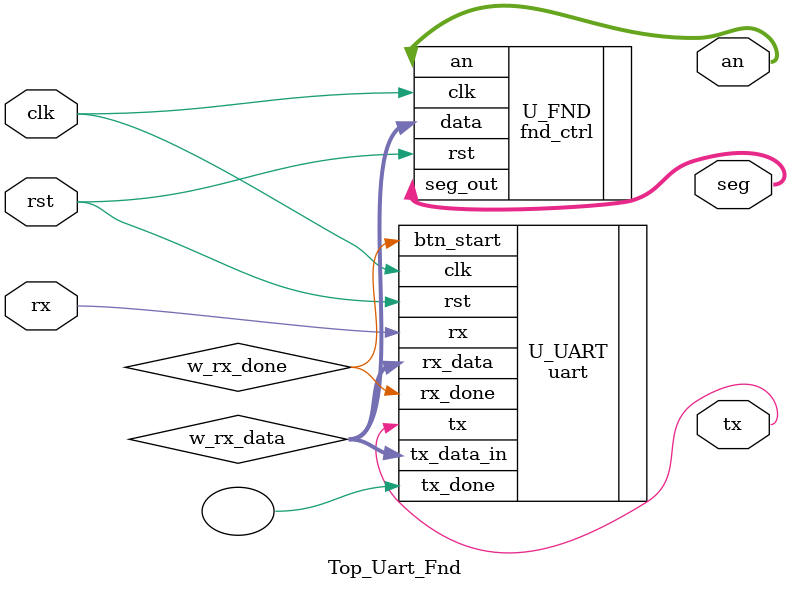
<source format=v>
module Top_Uart_Fnd (
    input clk,
    input rst,
    input rx,
    output tx,
    output [7:0] seg,
    output [3:0] an
);
    wire w_rx_done;
    wire [7:0] w_rx_data;

    uart U_UART (
        .clk(clk),
        .rst(rst),
        .btn_start(w_rx_done),
        .tx_data_in(w_rx_data),
        .tx_done(),
        .tx(tx),
        .rx(rx),
        .rx_done(w_rx_done),
        .rx_data(w_rx_data)
    );

    fnd_ctrl U_FND (
        .clk(clk),
        .rst(rst),
        .data(w_rx_data),
        .seg_out(seg),
        .an(an)
    );

endmodule

</source>
